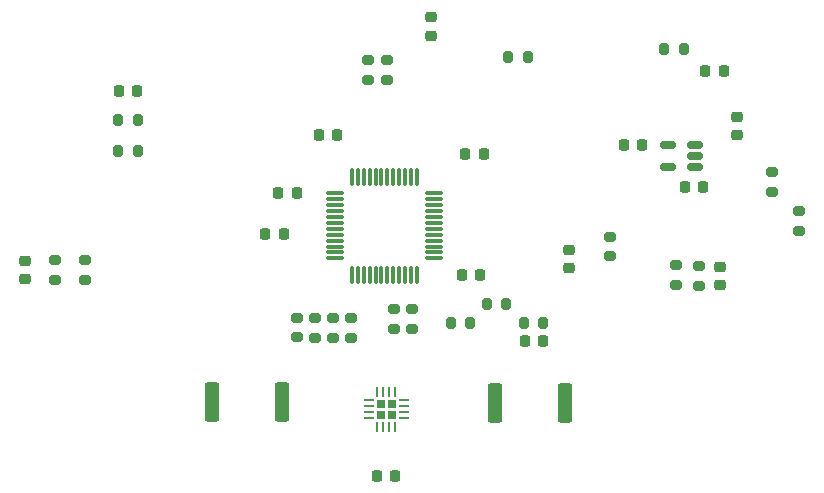
<source format=gbr>
%TF.GenerationSoftware,KiCad,Pcbnew,7.0.10*%
%TF.CreationDate,2024-01-31T17:44:34+01:00*%
%TF.ProjectId,minimouse,6d696e69-6d6f-4757-9365-2e6b69636164,rev?*%
%TF.SameCoordinates,Original*%
%TF.FileFunction,Paste,Top*%
%TF.FilePolarity,Positive*%
%FSLAX46Y46*%
G04 Gerber Fmt 4.6, Leading zero omitted, Abs format (unit mm)*
G04 Created by KiCad (PCBNEW 7.0.10) date 2024-01-31 17:44:34*
%MOMM*%
%LPD*%
G01*
G04 APERTURE LIST*
G04 Aperture macros list*
%AMRoundRect*
0 Rectangle with rounded corners*
0 $1 Rounding radius*
0 $2 $3 $4 $5 $6 $7 $8 $9 X,Y pos of 4 corners*
0 Add a 4 corners polygon primitive as box body*
4,1,4,$2,$3,$4,$5,$6,$7,$8,$9,$2,$3,0*
0 Add four circle primitives for the rounded corners*
1,1,$1+$1,$2,$3*
1,1,$1+$1,$4,$5*
1,1,$1+$1,$6,$7*
1,1,$1+$1,$8,$9*
0 Add four rect primitives between the rounded corners*
20,1,$1+$1,$2,$3,$4,$5,0*
20,1,$1+$1,$4,$5,$6,$7,0*
20,1,$1+$1,$6,$7,$8,$9,0*
20,1,$1+$1,$8,$9,$2,$3,0*%
G04 Aperture macros list end*
%ADD10RoundRect,0.225000X0.225000X0.250000X-0.225000X0.250000X-0.225000X-0.250000X0.225000X-0.250000X0*%
%ADD11RoundRect,0.075000X-0.075000X-0.662500X0.075000X-0.662500X0.075000X0.662500X-0.075000X0.662500X0*%
%ADD12RoundRect,0.075000X-0.662500X-0.075000X0.662500X-0.075000X0.662500X0.075000X-0.662500X0.075000X0*%
%ADD13RoundRect,0.200000X-0.200000X-0.275000X0.200000X-0.275000X0.200000X0.275000X-0.200000X0.275000X0*%
%ADD14RoundRect,0.225000X0.250000X-0.225000X0.250000X0.225000X-0.250000X0.225000X-0.250000X-0.225000X0*%
%ADD15RoundRect,0.225000X-0.250000X0.225000X-0.250000X-0.225000X0.250000X-0.225000X0.250000X0.225000X0*%
%ADD16RoundRect,0.200000X-0.275000X0.200000X-0.275000X-0.200000X0.275000X-0.200000X0.275000X0.200000X0*%
%ADD17RoundRect,0.182500X-0.182500X-0.182500X0.182500X-0.182500X0.182500X0.182500X-0.182500X0.182500X0*%
%ADD18RoundRect,0.062500X-0.325000X-0.062500X0.325000X-0.062500X0.325000X0.062500X-0.325000X0.062500X0*%
%ADD19RoundRect,0.062500X-0.062500X-0.325000X0.062500X-0.325000X0.062500X0.325000X-0.062500X0.325000X0*%
%ADD20RoundRect,0.225000X-0.225000X-0.250000X0.225000X-0.250000X0.225000X0.250000X-0.225000X0.250000X0*%
%ADD21RoundRect,0.250000X-0.362500X-1.425000X0.362500X-1.425000X0.362500X1.425000X-0.362500X1.425000X0*%
%ADD22RoundRect,0.200000X0.200000X0.275000X-0.200000X0.275000X-0.200000X-0.275000X0.200000X-0.275000X0*%
%ADD23RoundRect,0.200000X0.275000X-0.200000X0.275000X0.200000X-0.275000X0.200000X-0.275000X-0.200000X0*%
%ADD24RoundRect,0.150000X0.512500X0.150000X-0.512500X0.150000X-0.512500X-0.150000X0.512500X-0.150000X0*%
%ADD25RoundRect,0.250000X0.362500X1.425000X-0.362500X1.425000X-0.362500X-1.425000X0.362500X-1.425000X0*%
%ADD26RoundRect,0.218750X0.218750X0.256250X-0.218750X0.256250X-0.218750X-0.256250X0.218750X-0.256250X0*%
G04 APERTURE END LIST*
D10*
%TO.C,C6*%
X158260000Y-83500000D03*
X156710000Y-83500000D03*
%TD*%
D11*
%TO.C,U1*%
X147100000Y-85387500D03*
X147600000Y-85387500D03*
X148100000Y-85387500D03*
X148600000Y-85387500D03*
X149100000Y-85387500D03*
X149600000Y-85387500D03*
X150100000Y-85387500D03*
X150600000Y-85387500D03*
X151100000Y-85387500D03*
X151600000Y-85387500D03*
X152100000Y-85387500D03*
X152600000Y-85387500D03*
D12*
X154012500Y-86800000D03*
X154012500Y-87300000D03*
X154012500Y-87800000D03*
X154012500Y-88300000D03*
X154012500Y-88800000D03*
X154012500Y-89300000D03*
X154012500Y-89800000D03*
X154012500Y-90300000D03*
X154012500Y-90800000D03*
X154012500Y-91300000D03*
X154012500Y-91800000D03*
X154012500Y-92300000D03*
D11*
X152600000Y-93712500D03*
X152100000Y-93712500D03*
X151600000Y-93712500D03*
X151100000Y-93712500D03*
X150600000Y-93712500D03*
X150100000Y-93712500D03*
X149600000Y-93712500D03*
X149100000Y-93712500D03*
X148600000Y-93712500D03*
X148100000Y-93712500D03*
X147600000Y-93712500D03*
X147100000Y-93712500D03*
D12*
X145687500Y-92300000D03*
X145687500Y-91800000D03*
X145687500Y-91300000D03*
X145687500Y-90800000D03*
X145687500Y-90300000D03*
X145687500Y-89800000D03*
X145687500Y-89300000D03*
X145687500Y-88800000D03*
X145687500Y-88300000D03*
X145687500Y-87800000D03*
X145687500Y-87300000D03*
X145687500Y-86800000D03*
%TD*%
D13*
%TO.C,R1*%
X160330000Y-75230000D03*
X161980000Y-75230000D03*
%TD*%
D14*
%TO.C,C20*%
X119440000Y-94055000D03*
X119440000Y-92505000D03*
%TD*%
D13*
%TO.C,R20*%
X127295000Y-80600000D03*
X128945000Y-80600000D03*
%TD*%
D15*
%TO.C,C9*%
X165520000Y-91562500D03*
X165520000Y-93112500D03*
%TD*%
D16*
%TO.C,R22*%
X121960000Y-92450000D03*
X121960000Y-94100000D03*
%TD*%
D13*
%TO.C,R13*%
X163310000Y-97770000D03*
X161660000Y-97770000D03*
%TD*%
D16*
%TO.C,R4*%
X145500600Y-97375000D03*
X145500600Y-99025000D03*
%TD*%
D10*
%TO.C,C4*%
X142425000Y-86790000D03*
X140875000Y-86790000D03*
%TD*%
D17*
%TO.C,U2*%
X149550000Y-104630000D03*
X149550000Y-105530000D03*
X150450000Y-104630000D03*
X150450000Y-105530000D03*
D18*
X148512500Y-104330000D03*
X148512500Y-104830000D03*
X148512500Y-105330000D03*
X148512500Y-105830000D03*
D19*
X149250000Y-106567500D03*
X149750000Y-106567500D03*
X150250000Y-106567500D03*
X150750000Y-106567500D03*
D18*
X151487500Y-105830000D03*
X151487500Y-105330000D03*
X151487500Y-104830000D03*
X151487500Y-104330000D03*
D19*
X150750000Y-103592500D03*
X150250000Y-103592500D03*
X149750000Y-103592500D03*
X149250000Y-103592500D03*
%TD*%
D16*
%TO.C,R9*%
X148440000Y-75530000D03*
X148440000Y-77180000D03*
%TD*%
%TO.C,R24*%
X124500000Y-92450000D03*
X124500000Y-94100000D03*
%TD*%
D10*
%TO.C,C12*%
X171700000Y-82670000D03*
X170150000Y-82670000D03*
%TD*%
D20*
%TO.C,C5*%
X156395000Y-93700000D03*
X157945000Y-93700000D03*
%TD*%
D16*
%TO.C,R15*%
X184950000Y-89975000D03*
X184950000Y-88325000D03*
%TD*%
%TO.C,R23*%
X174540000Y-92905000D03*
X174540000Y-94555000D03*
%TD*%
%TO.C,R16*%
X182680000Y-84995000D03*
X182680000Y-86645000D03*
%TD*%
D13*
%TO.C,R18*%
X173530000Y-74610000D03*
X175180000Y-74610000D03*
%TD*%
D10*
%TO.C,C3*%
X145875000Y-81860000D03*
X144325000Y-81860000D03*
%TD*%
D21*
%TO.C,R11*%
X159200000Y-104550000D03*
X165125000Y-104550000D03*
%TD*%
D16*
%TO.C,R21*%
X176450000Y-92955000D03*
X176450000Y-94605000D03*
%TD*%
D13*
%TO.C,R8*%
X127295000Y-83180000D03*
X128945000Y-83180000D03*
%TD*%
D22*
%TO.C,R25*%
X160155000Y-96190000D03*
X158505000Y-96190000D03*
%TD*%
D23*
%TO.C,R7*%
X152179400Y-98251000D03*
X152179400Y-96601000D03*
%TD*%
D16*
%TO.C,R2*%
X142436600Y-97328000D03*
X142436600Y-98978000D03*
%TD*%
D20*
%TO.C,C7*%
X150735000Y-110700000D03*
X149185000Y-110700000D03*
%TD*%
D22*
%TO.C,R10*%
X155465000Y-97750000D03*
X157115000Y-97750000D03*
%TD*%
D20*
%TO.C,C8*%
X161715000Y-99320000D03*
X163265000Y-99320000D03*
%TD*%
D16*
%TO.C,R3*%
X144000600Y-99025000D03*
X144000600Y-97375000D03*
%TD*%
D10*
%TO.C,C2*%
X141325000Y-90250000D03*
X139775000Y-90250000D03*
%TD*%
D24*
%TO.C,U3*%
X176160000Y-84600000D03*
X176160000Y-83650000D03*
X176160000Y-82700000D03*
X173885000Y-82700000D03*
X173885000Y-84600000D03*
%TD*%
D20*
%TO.C,C1*%
X175305000Y-86240000D03*
X176855000Y-86240000D03*
%TD*%
D14*
%TO.C,C19*%
X178230000Y-93005000D03*
X178230000Y-94555000D03*
%TD*%
D16*
%TO.C,R5*%
X147000600Y-97375000D03*
X147000600Y-99025000D03*
%TD*%
D25*
%TO.C,R12*%
X141165000Y-104480000D03*
X135240000Y-104480000D03*
%TD*%
D16*
%TO.C,R14*%
X168970000Y-90470000D03*
X168970000Y-92120000D03*
%TD*%
D23*
%TO.C,R19*%
X150040000Y-77180000D03*
X150040000Y-75530000D03*
%TD*%
D14*
%TO.C,C11*%
X179700000Y-81890000D03*
X179700000Y-80340000D03*
%TD*%
D15*
%TO.C,C17*%
X153830000Y-71895000D03*
X153830000Y-73445000D03*
%TD*%
D26*
%TO.C,D1*%
X178565000Y-76470000D03*
X176990000Y-76470000D03*
%TD*%
D20*
%TO.C,C18*%
X127355000Y-78110000D03*
X128905000Y-78110000D03*
%TD*%
D23*
%TO.C,R6*%
X150630000Y-98250000D03*
X150630000Y-96600000D03*
%TD*%
M02*

</source>
